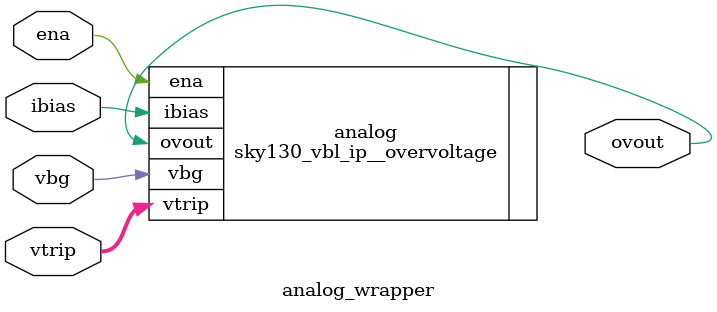
<source format=v>
module analog_wrapper (
`ifdef USE_POWER_PINS
    inout vdda1,
    inout vssa1,
    inout vccd1,
    inout vssd1,
`endif
	input wire ena,
	input wire vbg,
	input wire ibias,
	input wire [3:0] vtrip,
	output wire ovout
);
	
	sky130_vbl_ip__overvoltage analog (
	`ifdef USE_POWER_PINS
	   	.avdd(vdda1),
	   	.avss(vssa1),
    	.dvdd(vccd1),
    	.dvss(vssd1),
	`endif
		.ena(ena),
		.vbg(vbg),
		.ibias(ibias),
		.vtrip(vtrip),
		.ovout(ovout)
	);
endmodule


</source>
